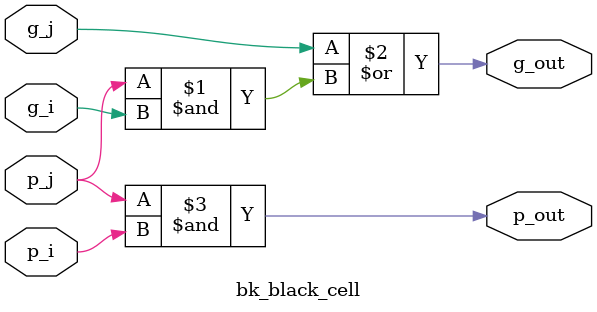
<source format=sv>
module brent_kung_adder_full #(
	parameter WIDTH = 32  // Must be a power of two for simplicity
)(
	input  [WIDTH-1:0] A,
	input  [WIDTH-1:0] B,
	input          	Cin,
	output [WIDTH-1:0] Sum,
	output         	Cout
);
	// Step 1: Calculate propagate and generate bits
	wire [WIDTH-1:0] p, g;
    
	genvar i;
	generate
    	for (i = 0; i < WIDTH; i = i + 1) begin : pg_bits
        	assign p[i] = A[i] ^ B[i];
        	assign g[i] = A[i] & B[i];
    	end
	endgenerate
    
	// Step 2: Calculate group propagate and generate signals
	// Number of stages in the prefix tree
	localparam STAGES = $clog2(WIDTH);
    
	// Arrays to store group generate and propagate signals
	// GP[s][i] = group propagate for stage s, index i
	// GG[s][i] = group generate for stage s, index i
	wire [WIDTH-1:0] GP [0:STAGES];
	wire [WIDTH-1:0] GG [0:STAGES];
    
	// Initialize stage 0 with bit-level signals
	generate
    	for (i = 0; i < WIDTH; i = i + 1) begin : stage0
        	assign GP[0][i] = p[i];
        	assign GG[0][i] = g[i];
    	end
	endgenerate
    
	// Build the prefix tree (recursive doubling)
	genvar s, j;
	generate
    	// For each stage
    	for (s = 0; s < STAGES; s = s + 1) begin : stages
        	// For each group in this stage
        	for (j = 0; j < WIDTH; j = j + 1) begin : groups
            	// Only operate on specific indices for each stage
            	if ((j >= (1 << s)) && ((j & ((1 << s) - 1)) == ((1 << s) - 1))) begin
                	// Combine two groups using prefix operator
                	assign GG[s+1][j] = GG[s][j] | (GP[s][j] & GG[s][j - (1 << s)]);
                	assign GP[s+1][j] = GP[s][j] & GP[s][j - (1 << s)];
            	end else begin
                	// Pass through unchanged
                	assign GG[s+1][j] = GG[s][j];
                	assign GP[s+1][j] = GP[s][j];
            	end
        	end
    	end
	endgenerate
    
	// Step 3: Calculate all carries using the prefix tree results
	wire [WIDTH:0] carries;
	assign carries[0] = Cin;
    
	// Final carries calculation
	generate
    	for (i = 0; i < WIDTH; i = i + 1) begin : carry_gen
        	if (i == 0) begin
            	// First bit directly uses Cin
            	assign carries[i+1] = g[i] | (p[i] & Cin);
        	end else if (i == 1) begin
            	// Special case for bit 1
            	assign carries[i+1] = GG[0][i] | (GP[0][i] & carries[i]);
        	end else if (i == 2) begin
            	// Special case for bit 2 - this is the bit that was failing
            	// We need to explicitly consider all previous bits
            	assign carries[i+1] = g[i] | (p[i] & (g[i-1] | (p[i-1] & (g[i-2] | (p[i-2] & Cin)))));
        	end else begin
            	// For other bits, use the prefix tree
            	// Calculate o = largest power of 2 that divides (i+1)
            	localparam integer o = i+1 - (i+1 & i);
           	 
            	if (o == i+1) begin
                	// i+1 is a power of 2, use final stage prefix
                	// We need to account for Cin here as well
                	assign carries[i+1] = GG[STAGES][i] | (GP[STAGES][i] & Cin);
            	end else begin
                	// Calculate stage s = $clog2(o)
                	localparam integer s = $clog2(o);
               	 
                	// Use intermediate stage prefix
                	assign carries[i+1] = GG[s][i] | (GP[s][i] & carries[i+1-o]);
            	end
        	end
    	end
	endgenerate
    
	// Step 4: Calculate final sum bits
	generate
    	for (i = 0; i < WIDTH; i = i + 1) begin : sum_gen
        	assign Sum[i] = p[i] ^ carries[i];
    	end
	endgenerate
    
	// Carry-out is the final carry
	assign Cout = carries[WIDTH];
    
endmodule

// bk_black_cell: A basic black cell for prefix computation.
module bk_black_cell(
	input  g_i, p_i,
	input  g_j, p_j,
	output g_out, p_out
);
	assign g_out = g_j | (p_j & g_i);
	assign p_out = p_j & p_i;
endmodule





</source>
